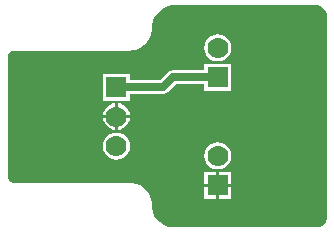
<source format=gtl>
G04*
G04 #@! TF.GenerationSoftware,Altium Limited,Altium Designer,21.0.9 (235)*
G04*
G04 Layer_Physical_Order=1*
G04 Layer_Color=255*
%FSLAX25Y25*%
%MOIN*%
G70*
G04*
G04 #@! TF.SameCoordinates,1CF2FC8C-09F4-44CA-BDC6-0BDA6B97EC4B*
G04*
G04*
G04 #@! TF.FilePolarity,Positive*
G04*
G01*
G75*
%ADD13C,0.02500*%
%ADD14R,0.07000X0.07000*%
%ADD15C,0.07000*%
G36*
X103989Y73926D02*
X104576Y73684D01*
X105103Y73331D01*
X105552Y72882D01*
X105904Y72355D01*
X106147Y71769D01*
X106242Y71291D01*
X106270Y70830D01*
Y70829D01*
X106270Y70829D01*
X106271Y70829D01*
X106271Y3270D01*
X106271Y2953D01*
X106147Y2331D01*
X105904Y1745D01*
X105552Y1217D01*
X105103Y769D01*
X104576Y416D01*
X103989Y174D01*
X103367Y50D01*
X103050Y50D01*
X55450D01*
X54716Y50D01*
X53277Y336D01*
X51921Y898D01*
X50701Y1713D01*
X49663Y2751D01*
X48848Y3971D01*
X48286Y5327D01*
X48000Y6766D01*
X48000Y7500D01*
X48000Y7500D01*
X47964Y8235D01*
X47677Y9677D01*
X47114Y11035D01*
X46298Y12258D01*
X45258Y13298D01*
X44036Y14114D01*
X42677Y14677D01*
X41235Y14964D01*
X40500Y15000D01*
X40500Y15000D01*
X40500Y15000D01*
X2000Y15000D01*
X1612Y15000D01*
X895Y15297D01*
X347Y15845D01*
X50Y16562D01*
X50Y16950D01*
X50Y57050D01*
X50Y57438D01*
X347Y58155D01*
X895Y58703D01*
X1612Y59000D01*
X2000Y59000D01*
X2000Y59000D01*
X40500D01*
X41235Y59036D01*
X42677Y59323D01*
X44035Y59886D01*
X45258Y60702D01*
X46297Y61742D01*
X47114Y62964D01*
X47677Y64323D01*
X47964Y65765D01*
X48000Y66500D01*
X48000Y66500D01*
X48000Y67244D01*
X48290Y68702D01*
X48859Y70076D01*
X49685Y71313D01*
X50737Y72364D01*
X51974Y73191D01*
X53348Y73760D01*
X54806Y74050D01*
X55550Y74050D01*
X55550Y74050D01*
X103050Y74050D01*
X103367Y74050D01*
X103989Y73926D01*
D02*
G37*
%LPC*%
G36*
X70000Y64460D02*
X68825Y64305D01*
X67731Y63852D01*
X66791Y63131D01*
X66069Y62191D01*
X65616Y61096D01*
X65461Y59921D01*
X65616Y58746D01*
X66069Y57652D01*
X66791Y56712D01*
X67731Y55990D01*
X68825Y55537D01*
X70000Y55382D01*
X71175Y55537D01*
X72269Y55990D01*
X73209Y56712D01*
X73931Y57652D01*
X74384Y58746D01*
X74539Y59921D01*
X74384Y61096D01*
X73931Y62191D01*
X73209Y63131D01*
X72269Y63852D01*
X71175Y64305D01*
X70000Y64460D01*
D02*
G37*
G36*
X74500Y54579D02*
X65500D01*
Y52373D01*
X55079D01*
X54201Y52198D01*
X53457Y51701D01*
X50892Y49137D01*
X40720D01*
Y51342D01*
X31721D01*
Y42342D01*
X40720D01*
Y44548D01*
X51842D01*
X52720Y44723D01*
X53465Y45220D01*
X56029Y47785D01*
X65500D01*
Y45579D01*
X74500D01*
Y54579D01*
D02*
G37*
G36*
X36720Y41473D02*
Y37500D01*
X40694D01*
X40605Y38175D01*
X40151Y39269D01*
X39430Y40209D01*
X38490Y40931D01*
X37395Y41384D01*
X36720Y41473D01*
D02*
G37*
G36*
X35721D02*
X35046Y41384D01*
X33951Y40931D01*
X33011Y40209D01*
X32290Y39269D01*
X31836Y38175D01*
X31747Y37500D01*
X35721D01*
Y41473D01*
D02*
G37*
G36*
X40694Y36500D02*
X36720D01*
Y32527D01*
X37395Y32616D01*
X38490Y33069D01*
X39430Y33791D01*
X40151Y34731D01*
X40605Y35825D01*
X40694Y36500D01*
D02*
G37*
G36*
X35721D02*
X31747D01*
X31836Y35825D01*
X32290Y34731D01*
X33011Y33791D01*
X33951Y33069D01*
X35046Y32616D01*
X35721Y32527D01*
Y36500D01*
D02*
G37*
G36*
X36220Y31696D02*
X35046Y31542D01*
X33951Y31088D01*
X33011Y30367D01*
X32290Y29427D01*
X31836Y28332D01*
X31682Y27158D01*
X31836Y25983D01*
X32290Y24888D01*
X33011Y23948D01*
X33951Y23227D01*
X35046Y22773D01*
X36220Y22619D01*
X37395Y22773D01*
X38490Y23227D01*
X39430Y23948D01*
X40151Y24888D01*
X40605Y25983D01*
X40759Y27158D01*
X40605Y28332D01*
X40151Y29427D01*
X39430Y30367D01*
X38490Y31088D01*
X37395Y31542D01*
X36220Y31696D01*
D02*
G37*
G36*
X70000Y28460D02*
X68825Y28305D01*
X67731Y27852D01*
X66791Y27131D01*
X66069Y26191D01*
X65616Y25096D01*
X65461Y23921D01*
X65616Y22747D01*
X66069Y21652D01*
X66791Y20712D01*
X67731Y19990D01*
X68825Y19537D01*
X70000Y19382D01*
X71175Y19537D01*
X72269Y19990D01*
X73209Y20712D01*
X73931Y21652D01*
X74384Y22747D01*
X74539Y23921D01*
X74384Y25096D01*
X73931Y26191D01*
X73209Y27131D01*
X72269Y27852D01*
X71175Y28305D01*
X70000Y28460D01*
D02*
G37*
G36*
X74500Y18579D02*
X70500D01*
Y14579D01*
X74500D01*
Y18579D01*
D02*
G37*
G36*
X69500D02*
X65500D01*
Y14579D01*
X69500D01*
Y18579D01*
D02*
G37*
G36*
X74500Y13579D02*
X70500D01*
Y9579D01*
X74500D01*
Y13579D01*
D02*
G37*
G36*
X69500D02*
X65500D01*
Y9579D01*
X69500D01*
Y13579D01*
D02*
G37*
%LPD*%
D13*
X55079Y50079D02*
X70000D01*
X51842Y46843D02*
X55079Y50079D01*
X36220Y46843D02*
X51842D01*
D14*
X70000Y50079D02*
D03*
Y14079D02*
D03*
X36220Y46843D02*
D03*
D15*
X70000Y59921D02*
D03*
Y23921D02*
D03*
X36220Y27158D02*
D03*
Y37000D02*
D03*
M02*

</source>
